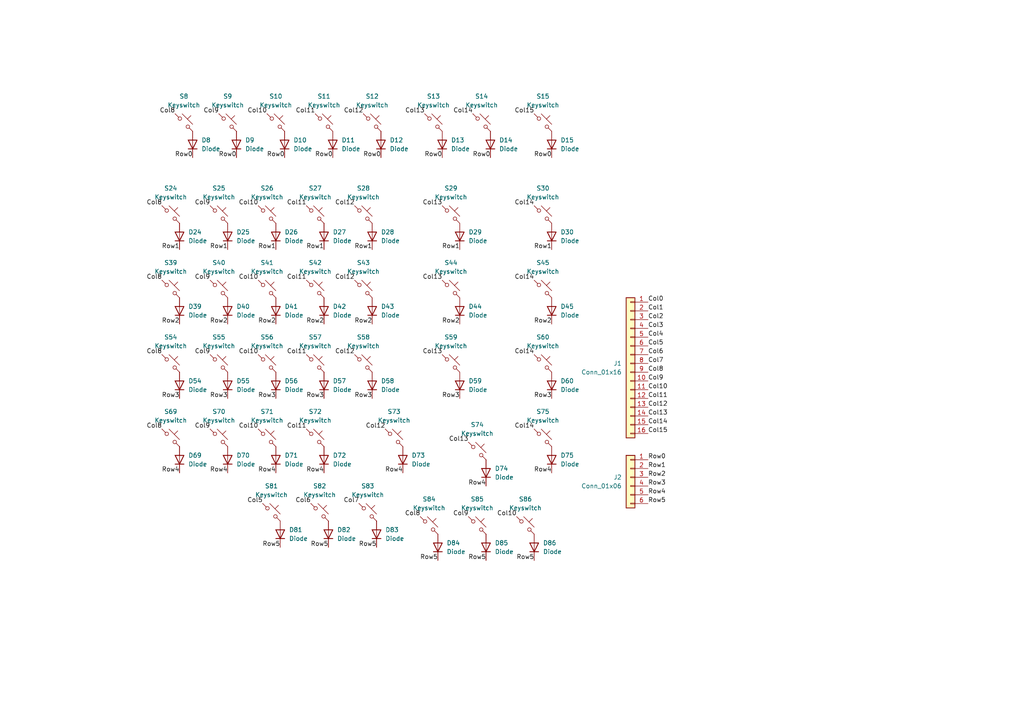
<source format=kicad_sch>
(kicad_sch (version 20231120) (generator "eeschema") (generator_version "8.0")
  (paper "A4")
  (title_block (title "Matrix Board 0") (date "2024-10-04") (rev "0") (company "PsychoDuck"))
  (lib_symbols
    (symbol "Connector_Generic:Conn_01x06" (pin_names (offset 1.016) hide)
      (property "Reference" "J" (at 0 7.62 0))
      (property "Value" "Conn_01x06" (at 0 -10.16 0))
      (symbol "Conn_01x06_1_1"
        (rectangle (start -1.27 -7.493) (end 0 -7.747) (stroke (width 0.1524)))
        (rectangle (start -1.27 -4.953) (end 0 -5.207) (stroke (width 0.1524)))
        (rectangle (start -1.27 -2.413) (end 0 -2.667) (stroke (width 0.1524)))
        (rectangle (start -1.27 0.127) (end 0 -0.127) (stroke (width 0.1524)))
        (rectangle (start -1.27 2.667) (end 0 2.413) (stroke (width 0.1524)))
        (rectangle (start -1.27 5.207) (end 0 4.953) (stroke (width 0.1524)))
        (rectangle (start -1.27 6.35) (end 1.27 -8.89) (stroke (width 0.254)) (fill (type background)))
        (pin passive line (at -5.08 5.08 0) (length 3.81) (name "Pin_1") (number "1"))
        (pin passive line (at -5.08 2.54 0) (length 3.81) (name "Pin_2") (number "2"))
        (pin passive line (at -5.08 0 0) (length 3.81) (name "Pin_3") (number "3"))
        (pin passive line (at -5.08 -2.54 0) (length 3.81) (name "Pin_4") (number "4"))
        (pin passive line (at -5.08 -5.08 0) (length 3.81) (name "Pin_5") (number "5"))
        (pin passive line (at -5.08 -7.62 0) (length 3.81) (name "Pin_6") (number "6"))
      )
    )
    (symbol "Connector_Generic:Conn_01x16" (pin_names (offset 1.016) hide)
      (property "Reference" "J" (at 0 20.32 0))
      (property "Value" "Conn_01x16" (at 0 -22.86 0))
      (symbol "Conn_01x16_1_1"
        (rectangle (start -1.27 -20.193) (end 0 -20.447) (stroke (width 0.1524)))
        (rectangle (start -1.27 -17.653) (end 0 -17.907) (stroke (width 0.1524)))
        (rectangle (start -1.27 -15.113) (end 0 -15.367) (stroke (width 0.1524)))
        (rectangle (start -1.27 -12.573) (end 0 -12.827) (stroke (width 0.1524)))
        (rectangle (start -1.27 -10.033) (end 0 -10.287) (stroke (width 0.1524)))
        (rectangle (start -1.27 -7.493) (end 0 -7.747) (stroke (width 0.1524)))
        (rectangle (start -1.27 -4.953) (end 0 -5.207) (stroke (width 0.1524)))
        (rectangle (start -1.27 -2.413) (end 0 -2.667) (stroke (width 0.1524)))
        (rectangle (start -1.27 0.127) (end 0 -0.127) (stroke (width 0.1524)))
        (rectangle (start -1.27 2.667) (end 0 2.413) (stroke (width 0.1524)))
        (rectangle (start -1.27 5.207) (end 0 4.953) (stroke (width 0.1524)))
        (rectangle (start -1.27 7.747) (end 0 7.493) (stroke (width 0.1524)))
        (rectangle (start -1.27 10.287) (end 0 10.033) (stroke (width 0.1524)))
        (rectangle (start -1.27 12.827) (end 0 12.573) (stroke (width 0.1524)))
        (rectangle (start -1.27 15.367) (end 0 15.113) (stroke (width 0.1524)))
        (rectangle (start -1.27 17.907) (end 0 17.653) (stroke (width 0.1524)))
        (rectangle (start -1.27 19.05) (end 1.27 -21.59) (stroke (width 0.254)) (fill (type background)))
        (pin passive line (at -5.08 17.78 0) (length 3.81) (name "Pin_1") (number "1"))
        (pin passive line (at -5.08 -5.08 0) (length 3.81) (name "Pin_10") (number "10"))
        (pin passive line (at -5.08 -7.62 0) (length 3.81) (name "Pin_11") (number "11"))
        (pin passive line (at -5.08 -10.16 0) (length 3.81) (name "Pin_12") (number "12"))
        (pin passive line (at -5.08 -12.7 0) (length 3.81) (name "Pin_13") (number "13"))
        (pin passive line (at -5.08 -15.24 0) (length 3.81) (name "Pin_14") (number "14"))
        (pin passive line (at -5.08 -17.78 0) (length 3.81) (name "Pin_15") (number "15"))
        (pin passive line (at -5.08 -20.32 0) (length 3.81) (name "Pin_16") (number "16"))
        (pin passive line (at -5.08 15.24 0) (length 3.81) (name "Pin_2") (number "2"))
        (pin passive line (at -5.08 12.7 0) (length 3.81) (name "Pin_3") (number "3"))
        (pin passive line (at -5.08 10.16 0) (length 3.81) (name "Pin_4") (number "4"))
        (pin passive line (at -5.08 7.62 0) (length 3.81) (name "Pin_5") (number "5"))
        (pin passive line (at -5.08 5.08 0) (length 3.81) (name "Pin_6") (number "6"))
        (pin passive line (at -5.08 2.54 0) (length 3.81) (name "Pin_7") (number "7"))
        (pin passive line (at -5.08 0 0) (length 3.81) (name "Pin_8") (number "8"))
        (pin passive line (at -5.08 -2.54 0) (length 3.81) (name "Pin_9") (number "9"))
      )
    )
    (symbol "ScottoKeebs:Placeholder_Diode" (pin_numbers hide) (pin_names hide)
      (property "Reference" "D" (at 0 2.54 0))
      (property "Value" "Diode" (at 0 -2.54 0))
      (symbol "Placeholder_Diode_0_1"
        (polyline (pts (xy -1.27 1.27) (xy -1.27 -1.27)) (stroke (width 0.254)))
        (polyline (pts (xy 1.27 0) (xy -1.27 0)))
        (polyline (pts (xy 1.27 1.27) (xy 1.27 -1.27) (xy -1.27 0) (xy 1.27 1.27)) (stroke (width 0.254)))
      )
      (symbol "Placeholder_Diode_1_1"
        (pin passive line (at -3.81 0 0) (length 2.54) (name "K") (number "1"))
        (pin passive line (at 3.81 0 180) (length 2.54) (name "A") (number "2"))
      )
    )
    (symbol "ScottoKeebs:Placeholder_Keyswitch" (pin_numbers hide) (pin_names (offset 1.016) hide)
      (property "Reference" "S" (at 3.048 1.016 0))
      (property "Value" "Keyswitch" (at 0 -3.81 0))
      (symbol "Placeholder_Keyswitch_0_1"
        (circle (center -1.1684 1.1684) (radius 0.508))
        (polyline (pts (xy -0.508 2.54) (xy 2.54 -0.508)))
        (polyline (pts (xy 1.016 1.016) (xy 2.032 2.032)))
        (polyline (pts (xy -2.54 2.54) (xy -1.524 1.524) (xy -1.524 1.524)))
        (polyline (pts (xy 1.524 -1.524) (xy 2.54 -2.54) (xy 2.54 -2.54) (xy 2.54 -2.54)))
        (circle (center 1.143 -1.1938) (radius 0.508))
        (pin passive line (at -2.54 2.54 0) (length 0) (name "1") (number "1"))
        (pin passive line (at 2.54 -2.54 180) (length 0) (name "2") (number "2"))
      )
    )
  )
  (label "Col9" (at 187.96 110.49 0))
  (label "Col14" (at 137.16 33.02 180))
  (label "Col3" (at 187.96 95.25 0))
  (label "Row1" (at 93.98 72.39 180))
  (label "Row4" (at 93.98 137.16 180))
  (label "Row2" (at 133.35 93.98 180))
  (label "Row1" (at 133.35 72.39 180))
  (label "Row0" (at 128.27 45.72 180))
  (label "Row2" (at 80.01 93.98 180))
  (label "Col13" (at 128.27 59.69 180))
  (label "Row5" (at 154.94 162.56 180))
  (label "Col8" (at 121.92 149.86 180))
  (label "Col11" (at 88.9 81.28 180))
  (label "Row2" (at 160.02 93.98 180))
  (label "Row2" (at 93.98 93.98 180))
  (label "Col6" (at 187.96 102.87 0))
  (label "Row4" (at 116.84 137.16 180))
  (label "Row2" (at 187.96 138.43 0))
  (label "Col10" (at 77.47 33.02 180))
  (label "Col13" (at 187.96 120.65 0))
  (label "Row5" (at 81.28 158.75 180))
  (label "Row4" (at 140.97 140.97 180))
  (label "Col2" (at 187.96 92.71 0))
  (label "Row3" (at 93.98 115.57 180))
  (label "Col11" (at 88.9 124.46 180))
  (label "Col9" (at 60.96 81.28 180))
  (label "Col13" (at 123.19 33.02 180))
  (label "Row4" (at 80.01 137.16 180))
  (label "Col11" (at 91.44 33.02 180))
  (label "Col1" (at 187.96 90.17 0))
  (label "Row1" (at 160.02 72.39 180))
  (label "Row2" (at 52.07 93.98 180))
  (label "Col8" (at 46.99 81.28 180))
  (label "Col12" (at 102.87 102.87 180))
  (label "Col14" (at 154.94 59.69 180))
  (label "Row5" (at 127 162.56 180))
  (label "Col13" (at 128.27 102.87 180))
  (label "Row3" (at 52.07 115.57 180))
  (label "Row0" (at 82.55 45.72 180))
  (label "Col12" (at 111.76 124.46 180))
  (label "Row3" (at 80.01 115.57 180))
  (label "Col14" (at 187.96 123.19 0))
  (label "Col10" (at 187.96 113.03 0))
  (label "Col9" (at 60.96 59.69 180))
  (label "Col7" (at 104.14 146.05 180))
  (label "Col10" (at 74.93 102.87 180))
  (label "Col6" (at 90.17 146.05 180))
  (label "Row3" (at 107.95 115.57 180))
  (label "Row1" (at 80.01 72.39 180))
  (label "Row1" (at 66.04 72.39 180))
  (label "Col9" (at 60.96 102.87 180))
  (label "Col0" (at 187.96 87.63 0))
  (label "Row1" (at 52.07 72.39 180))
  (label "Col11" (at 88.9 102.87 180))
  (label "Row0" (at 68.58 45.72 180))
  (label "Col8" (at 46.99 59.69 180))
  (label "Row0" (at 142.24 45.72 180))
  (label "Col7" (at 187.96 105.41 0))
  (label "Col8" (at 187.96 107.95 0))
  (label "Col11" (at 187.96 115.57 0))
  (label "Col10" (at 149.86 149.86 180))
  (label "Col15" (at 187.96 125.73 0))
  (label "Col12" (at 102.87 81.28 180))
  (label "Row0" (at 160.02 45.72 180))
  (label "Row5" (at 109.22 158.75 180))
  (label "Row3" (at 133.35 115.57 180))
  (label "Row0" (at 110.49 45.72 180))
  (label "Row3" (at 66.04 115.57 180))
  (label "Col10" (at 74.93 124.46 180))
  (label "Row0" (at 187.96 133.35 0))
  (label "Row0" (at 96.52 45.72 180))
  (label "Col9" (at 135.89 149.86 180))
  (label "Col15" (at 154.94 33.02 180))
  (label "Col8" (at 46.99 102.87 180))
  (label "Row5" (at 187.96 146.05 0))
  (label "Col12" (at 102.87 59.69 180))
  (label "Row4" (at 52.07 137.16 180))
  (label "Row2" (at 66.04 93.98 180))
  (label "Row1" (at 107.95 72.39 180))
  (label "Col10" (at 74.93 59.69 180))
  (label "Col14" (at 154.94 81.28 180))
  (label "Col11" (at 88.9 59.69 180))
  (label "Row2" (at 107.95 93.98 180))
  (label "Col5" (at 187.96 100.33 0))
  (label "Col8" (at 46.99 124.46 180))
  (label "Row5" (at 140.97 162.56 180))
  (label "Row4" (at 187.96 143.51 0))
  (label "Col13" (at 135.89 128.27 180))
  (label "Col9" (at 63.5 33.02 180))
  (label "Row4" (at 160.02 137.16 180))
  (label "Col12" (at 105.41 33.02 180))
  (label "Col13" (at 128.27 81.28 180))
  (label "Row3" (at 160.02 115.57 180))
  (label "Row5" (at 95.25 158.75 180))
  (label "Row0" (at 55.88 45.72 180))
  (label "Col14" (at 154.94 102.87 180))
  (label "Col10" (at 74.93 81.28 180))
  (label "Col12" (at 187.96 118.11 0))
  (label "Col8" (at 50.8 33.02 180))
  (label "Col9" (at 60.96 124.46 180))
  (label "Row1" (at 187.96 135.89 0))
  (label "Row4" (at 66.04 137.16 180))
  (label "Row3" (at 187.96 140.97 0))
  (label "Col5" (at 76.2 146.05 180))
  (label "Col4" (at 187.96 97.79 0))
  (label "Col14" (at 154.94 124.46 180))
  (symbol (lib_id "ScottoKeebs:Placeholder_Keyswitch") (at 106.68 148.59 0) (unit 1)
    (property "Reference" "S83" (at 106.68 140.97 0))
    (property "Value" "Keyswitch" (at 106.68 143.51 0))
    (property "Footprint" "ScottoKeebs_Hotswap:Hotswap_MX_1.00u" (effects (hide yes)))
    (property "Description" "Push button switch, normally open, two pins, 45° tilted" (effects (hide yes)))
  )
  (symbol (lib_id "ScottoKeebs:Placeholder_Keyswitch") (at 49.53 83.82 0) (unit 1)
    (property "Reference" "S39" (at 49.53 76.2 0))
    (property "Value" "Keyswitch" (at 49.53 78.74 0))
    (property "Footprint" "ScottoKeebs_Hotswap:Hotswap_MX_1.00u" (effects (hide yes)))
    (property "Description" "Push button switch, normally open, two pins, 45° tilted" (effects (hide yes)))
  )
  (symbol (lib_id "ScottoKeebs:Placeholder_Diode") (at 95.25 154.94 90) (unit 1)
    (property "Reference" "D82" (at 97.79 153.6699 90) (effects (justify right)))
    (property "Value" "Diode" (at 97.79 156.2099 90) (effects (justify right)))
    (property "Footprint" "Diode_THT:D_DO-35_SOD27_P10.16mm_Horizontal" (effects (hide yes)))
    (property "Description" "1N4148 (DO-35) or 1N4148W (SOD-123)" (effects (hide yes)))
    (property "Sim.Device" "D" (effects (hide yes)))
    (property "Sim.Pins" "1=K 2=A" (effects (hide yes)))
  )
  (symbol (lib_id "ScottoKeebs:Placeholder_Keyswitch") (at 105.41 62.23 0) (unit 1)
    (property "Reference" "S28" (at 105.41 54.61 0))
    (property "Value" "Keyswitch" (at 105.41 57.15 0))
    (property "Footprint" "ScottoKeebs_Hotswap:Hotswap_MX_1.00u" (effects (hide yes)))
    (property "Description" "Push button switch, normally open, two pins, 45° tilted" (effects (hide yes)))
  )
  (symbol (lib_id "ScottoKeebs:Placeholder_Diode") (at 55.88 41.91 90) (unit 1)
    (property "Reference" "D8" (at 58.42 40.6399 90) (effects (justify right)))
    (property "Value" "Diode" (at 58.42 43.1799 90) (effects (justify right)))
    (property "Footprint" "Diode_THT:D_DO-35_SOD27_P10.16mm_Horizontal" (effects (hide yes)))
    (property "Description" "1N4148 (DO-35) or 1N4148W (SOD-123)" (effects (hide yes)))
    (property "Sim.Device" "D" (effects (hide yes)))
    (property "Sim.Pins" "1=K 2=A" (effects (hide yes)))
  )
  (symbol (lib_id "ScottoKeebs:Placeholder_Keyswitch") (at 63.5 105.41 0) (unit 1)
    (property "Reference" "S55" (at 63.5 97.79 0))
    (property "Value" "Keyswitch" (at 63.5 100.33 0))
    (property "Footprint" "ScottoKeebs_Hotswap:Hotswap_MX_1.00u" (effects (hide yes)))
    (property "Description" "Push button switch, normally open, two pins, 45° tilted" (effects (hide yes)))
  )
  (symbol (lib_id "ScottoKeebs:Placeholder_Keyswitch") (at 105.41 83.82 0) (unit 1)
    (property "Reference" "S43" (at 105.41 76.2 0))
    (property "Value" "Keyswitch" (at 105.41 78.74 0))
    (property "Footprint" "ScottoKeebs_Hotswap:Hotswap_MX_1.00u" (effects (hide yes)))
    (property "Description" "Push button switch, normally open, two pins, 45° tilted" (effects (hide yes)))
  )
  (symbol (lib_id "ScottoKeebs:Placeholder_Diode") (at 160.02 133.35 90) (unit 1)
    (property "Reference" "D75" (at 162.56 132.0799 90) (effects (justify right)))
    (property "Value" "Diode" (at 162.56 134.6199 90) (effects (justify right)))
    (property "Footprint" "Diode_THT:D_DO-35_SOD27_P10.16mm_Horizontal" (effects (hide yes)))
    (property "Description" "1N4148 (DO-35) or 1N4148W (SOD-123)" (effects (hide yes)))
    (property "Sim.Device" "D" (effects (hide yes)))
    (property "Sim.Pins" "1=K 2=A" (effects (hide yes)))
  )
  (symbol (lib_id "ScottoKeebs:Placeholder_Keyswitch") (at 157.48 83.82 0) (unit 1)
    (property "Reference" "S45" (at 157.48 76.2 0))
    (property "Value" "Keyswitch" (at 157.48 78.74 0))
    (property "Footprint" "ScottoKeebs_Hotswap:Hotswap_MX_1.00u" (effects (hide yes)))
    (property "Description" "Push button switch, normally open, two pins, 45° tilted" (effects (hide yes)))
  )
  (symbol (lib_id "ScottoKeebs:Placeholder_Keyswitch") (at 139.7 35.56 0) (unit 1)
    (property "Reference" "S14" (at 139.7 27.94 0))
    (property "Value" "Keyswitch" (at 139.7 30.48 0))
    (property "Footprint" "ScottoKeebs_Hotswap:Hotswap_MX_1.00u" (effects (hide yes)))
    (property "Description" "Push button switch, normally open, two pins, 45° tilted" (effects (hide yes)))
  )
  (symbol (lib_id "ScottoKeebs:Placeholder_Keyswitch") (at 49.53 62.23 0) (unit 1)
    (property "Reference" "S24" (at 49.53 54.61 0))
    (property "Value" "Keyswitch" (at 49.53 57.15 0))
    (property "Footprint" "ScottoKeebs_Hotswap:Hotswap_MX_1.00u" (effects (hide yes)))
    (property "Description" "Push button switch, normally open, two pins, 45° tilted" (effects (hide yes)))
  )
  (symbol (lib_id "ScottoKeebs:Placeholder_Diode") (at 80.01 68.58 90) (unit 1)
    (property "Reference" "D26" (at 82.55 67.3099 90) (effects (justify right)))
    (property "Value" "Diode" (at 82.55 69.8499 90) (effects (justify right)))
    (property "Footprint" "Diode_THT:D_DO-35_SOD27_P10.16mm_Horizontal" (effects (hide yes)))
    (property "Description" "1N4148 (DO-35) or 1N4148W (SOD-123)" (effects (hide yes)))
    (property "Sim.Device" "D" (effects (hide yes)))
    (property "Sim.Pins" "1=K 2=A" (effects (hide yes)))
  )
  (symbol (lib_id "ScottoKeebs:Placeholder_Keyswitch") (at 157.48 35.56 0) (unit 1)
    (property "Reference" "S15" (at 157.48 27.94 0))
    (property "Value" "Keyswitch" (at 157.48 30.48 0))
    (property "Footprint" "ScottoKeebs_Hotswap:Hotswap_MX_1.00u" (effects (hide yes)))
    (property "Description" "Push button switch, normally open, two pins, 45° tilted" (effects (hide yes)))
  )
  (symbol (lib_id "ScottoKeebs:Placeholder_Diode") (at 107.95 90.17 90) (unit 1)
    (property "Reference" "D43" (at 110.49 88.8999 90) (effects (justify right)))
    (property "Value" "Diode" (at 110.49 91.4399 90) (effects (justify right)))
    (property "Footprint" "Diode_THT:D_DO-35_SOD27_P10.16mm_Horizontal" (effects (hide yes)))
    (property "Description" "1N4148 (DO-35) or 1N4148W (SOD-123)" (effects (hide yes)))
    (property "Sim.Device" "D" (effects (hide yes)))
    (property "Sim.Pins" "1=K 2=A" (effects (hide yes)))
  )
  (symbol (lib_id "ScottoKeebs:Placeholder_Diode") (at 96.52 41.91 90) (unit 1)
    (property "Reference" "D11" (at 99.06 40.6399 90) (effects (justify right)))
    (property "Value" "Diode" (at 99.06 43.1799 90) (effects (justify right)))
    (property "Footprint" "Diode_THT:D_DO-35_SOD27_P10.16mm_Horizontal" (effects (hide yes)))
    (property "Description" "1N4148 (DO-35) or 1N4148W (SOD-123)" (effects (hide yes)))
    (property "Sim.Device" "D" (effects (hide yes)))
    (property "Sim.Pins" "1=K 2=A" (effects (hide yes)))
  )
  (symbol (lib_id "ScottoKeebs:Placeholder_Diode") (at 93.98 90.17 90) (unit 1)
    (property "Reference" "D42" (at 96.52 88.8999 90) (effects (justify right)))
    (property "Value" "Diode" (at 96.52 91.4399 90) (effects (justify right)))
    (property "Footprint" "Diode_THT:D_DO-35_SOD27_P10.16mm_Horizontal" (effects (hide yes)))
    (property "Description" "1N4148 (DO-35) or 1N4148W (SOD-123)" (effects (hide yes)))
    (property "Sim.Device" "D" (effects (hide yes)))
    (property "Sim.Pins" "1=K 2=A" (effects (hide yes)))
  )
  (symbol (lib_id "ScottoKeebs:Placeholder_Diode") (at 107.95 68.58 90) (unit 1)
    (property "Reference" "D28" (at 110.49 67.3099 90) (effects (justify right)))
    (property "Value" "Diode" (at 110.49 69.8499 90) (effects (justify right)))
    (property "Footprint" "Diode_THT:D_DO-35_SOD27_P10.16mm_Horizontal" (effects (hide yes)))
    (property "Description" "1N4148 (DO-35) or 1N4148W (SOD-123)" (effects (hide yes)))
    (property "Sim.Device" "D" (effects (hide yes)))
    (property "Sim.Pins" "1=K 2=A" (effects (hide yes)))
  )
  (symbol (lib_id "ScottoKeebs:Placeholder_Keyswitch") (at 125.73 35.56 0) (unit 1)
    (property "Reference" "S13" (at 125.73 27.94 0))
    (property "Value" "Keyswitch" (at 125.73 30.48 0))
    (property "Footprint" "ScottoKeebs_Hotswap:Hotswap_MX_1.00u" (effects (hide yes)))
    (property "Description" "Push button switch, normally open, two pins, 45° tilted" (effects (hide yes)))
  )
  (symbol (lib_id "ScottoKeebs:Placeholder_Diode") (at 66.04 111.76 90) (unit 1)
    (property "Reference" "D55" (at 68.58 110.4899 90) (effects (justify right)))
    (property "Value" "Diode" (at 68.58 113.0299 90) (effects (justify right)))
    (property "Footprint" "Diode_THT:D_DO-35_SOD27_P10.16mm_Horizontal" (effects (hide yes)))
    (property "Description" "1N4148 (DO-35) or 1N4148W (SOD-123)" (effects (hide yes)))
    (property "Sim.Device" "D" (effects (hide yes)))
    (property "Sim.Pins" "1=K 2=A" (effects (hide yes)))
  )
  (symbol (lib_id "ScottoKeebs:Placeholder_Diode") (at 52.07 133.35 90) (unit 1)
    (property "Reference" "D69" (at 54.61 132.0799 90) (effects (justify right)))
    (property "Value" "Diode" (at 54.61 134.6199 90) (effects (justify right)))
    (property "Footprint" "Diode_THT:D_DO-35_SOD27_P10.16mm_Horizontal" (effects (hide yes)))
    (property "Description" "1N4148 (DO-35) or 1N4148W (SOD-123)" (effects (hide yes)))
    (property "Sim.Device" "D" (effects (hide yes)))
    (property "Sim.Pins" "1=K 2=A" (effects (hide yes)))
  )
  (symbol (lib_id "Connector_Generic:Conn_01x16") (at 182.88 105.41 0) (mirror y) (unit 1)
    (property "Reference" "J1" (at 180.34 105.4099 0) (effects (justify left)))
    (property "Value" "Conn_01x16" (at 180.34 107.9499 0) (effects (justify left)))
    (property "Footprint" "Connector_PinSocket_2.54mm:PinSocket_1x16_P2.54mm_Vertical" (effects (hide yes)))
    (property "Description" "Generic connector, single row, 01x16, script generated (kicad-library-utils/schlib/autogen/connector/)" (effects (hide yes)))
  )
  (symbol (lib_id "ScottoKeebs:Placeholder_Keyswitch") (at 77.47 83.82 0) (unit 1)
    (property "Reference" "S41" (at 77.47 76.2 0))
    (property "Value" "Keyswitch" (at 77.47 78.74 0))
    (property "Footprint" "ScottoKeebs_Hotswap:Hotswap_MX_1.00u" (effects (hide yes)))
    (property "Description" "Push button switch, normally open, two pins, 45° tilted" (effects (hide yes)))
  )
  (symbol (lib_id "ScottoKeebs:Placeholder_Keyswitch") (at 130.81 62.23 0) (unit 1)
    (property "Reference" "S29" (at 130.81 54.61 0))
    (property "Value" "Keyswitch" (at 130.81 57.15 0))
    (property "Footprint" "ScottoKeebs_Hotswap:Hotswap_MX_1.00u" (effects (hide yes)))
    (property "Description" "Push button switch, normally open, two pins, 45° tilted" (effects (hide yes)))
  )
  (symbol (lib_id "ScottoKeebs:Placeholder_Keyswitch") (at 92.71 148.59 0) (unit 1)
    (property "Reference" "S82" (at 92.71 140.97 0))
    (property "Value" "Keyswitch" (at 92.71 143.51 0))
    (property "Footprint" "ScottoKeebs_Hotswap:Hotswap_MX_1.00u" (effects (hide yes)))
    (property "Description" "Push button switch, normally open, two pins, 45° tilted" (effects (hide yes)))
  )
  (symbol (lib_id "ScottoKeebs:Placeholder_Keyswitch") (at 93.98 35.56 0) (unit 1)
    (property "Reference" "S11" (at 93.98 27.94 0))
    (property "Value" "Keyswitch" (at 93.98 30.48 0))
    (property "Footprint" "ScottoKeebs_Hotswap:Hotswap_MX_1.00u" (effects (hide yes)))
    (property "Description" "Push button switch, normally open, two pins, 45° tilted" (effects (hide yes)))
  )
  (symbol (lib_id "ScottoKeebs:Placeholder_Keyswitch") (at 105.41 105.41 0) (unit 1)
    (property "Reference" "S58" (at 105.41 97.79 0))
    (property "Value" "Keyswitch" (at 105.41 100.33 0))
    (property "Footprint" "ScottoKeebs_Hotswap:Hotswap_MX_1.00u" (effects (hide yes)))
    (property "Description" "Push button switch, normally open, two pins, 45° tilted" (effects (hide yes)))
  )
  (symbol (lib_id "ScottoKeebs:Placeholder_Keyswitch") (at 152.4 152.4 0) (unit 1)
    (property "Reference" "S86" (at 152.4 144.78 0))
    (property "Value" "Keyswitch" (at 152.4 147.32 0))
    (property "Footprint" "ScottoKeebs_Hotswap:Hotswap_MX_1.00u" (effects (hide yes)))
    (property "Description" "Push button switch, normally open, two pins, 45° tilted" (effects (hide yes)))
  )
  (symbol (lib_id "ScottoKeebs:Placeholder_Diode") (at 160.02 111.76 90) (unit 1)
    (property "Reference" "D60" (at 162.56 110.4899 90) (effects (justify right)))
    (property "Value" "Diode" (at 162.56 113.0299 90) (effects (justify right)))
    (property "Footprint" "Diode_THT:D_DO-35_SOD27_P10.16mm_Horizontal" (effects (hide yes)))
    (property "Description" "1N4148 (DO-35) or 1N4148W (SOD-123)" (effects (hide yes)))
    (property "Sim.Device" "D" (effects (hide yes)))
    (property "Sim.Pins" "1=K 2=A" (effects (hide yes)))
  )
  (symbol (lib_id "ScottoKeebs:Placeholder_Keyswitch") (at 138.43 130.81 0) (unit 1)
    (property "Reference" "S74" (at 138.43 123.19 0))
    (property "Value" "Keyswitch" (at 138.43 125.73 0))
    (property "Footprint" "ScottoKeebs_Hotswap:Hotswap_MX_1.00u" (effects (hide yes)))
    (property "Description" "Push button switch, normally open, two pins, 45° tilted" (effects (hide yes)))
  )
  (symbol (lib_id "ScottoKeebs:Placeholder_Diode") (at 66.04 90.17 90) (unit 1)
    (property "Reference" "D40" (at 68.58 88.8999 90) (effects (justify right)))
    (property "Value" "Diode" (at 68.58 91.4399 90) (effects (justify right)))
    (property "Footprint" "Diode_THT:D_DO-35_SOD27_P10.16mm_Horizontal" (effects (hide yes)))
    (property "Description" "1N4148 (DO-35) or 1N4148W (SOD-123)" (effects (hide yes)))
    (property "Sim.Device" "D" (effects (hide yes)))
    (property "Sim.Pins" "1=K 2=A" (effects (hide yes)))
  )
  (symbol (lib_id "ScottoKeebs:Placeholder_Keyswitch") (at 138.43 152.4 0) (unit 1)
    (property "Reference" "S85" (at 138.43 144.78 0))
    (property "Value" "Keyswitch" (at 138.43 147.32 0))
    (property "Footprint" "ScottoKeebs_Hotswap:Hotswap_MX_1.00u" (effects (hide yes)))
    (property "Description" "Push button switch, normally open, two pins, 45° tilted" (effects (hide yes)))
  )
  (symbol (lib_id "ScottoKeebs:Placeholder_Keyswitch") (at 114.3 127 0) (unit 1)
    (property "Reference" "S73" (at 114.3 119.38 0))
    (property "Value" "Keyswitch" (at 114.3 121.92 0))
    (property "Footprint" "ScottoKeebs_Hotswap:Hotswap_MX_1.00u" (effects (hide yes)))
    (property "Description" "Push button switch, normally open, two pins, 45° tilted" (effects (hide yes)))
  )
  (symbol (lib_id "ScottoKeebs:Placeholder_Diode") (at 133.35 68.58 90) (unit 1)
    (property "Reference" "D29" (at 135.89 67.3099 90) (effects (justify right)))
    (property "Value" "Diode" (at 135.89 69.8499 90) (effects (justify right)))
    (property "Footprint" "Diode_THT:D_DO-35_SOD27_P10.16mm_Horizontal" (effects (hide yes)))
    (property "Description" "1N4148 (DO-35) or 1N4148W (SOD-123)" (effects (hide yes)))
    (property "Sim.Device" "D" (effects (hide yes)))
    (property "Sim.Pins" "1=K 2=A" (effects (hide yes)))
  )
  (symbol (lib_id "ScottoKeebs:Placeholder_Diode") (at 66.04 68.58 90) (unit 1)
    (property "Reference" "D25" (at 68.58 67.3099 90) (effects (justify right)))
    (property "Value" "Diode" (at 68.58 69.8499 90) (effects (justify right)))
    (property "Footprint" "Diode_THT:D_DO-35_SOD27_P10.16mm_Horizontal" (effects (hide yes)))
    (property "Description" "1N4148 (DO-35) or 1N4148W (SOD-123)" (effects (hide yes)))
    (property "Sim.Device" "D" (effects (hide yes)))
    (property "Sim.Pins" "1=K 2=A" (effects (hide yes)))
  )
  (symbol (lib_id "ScottoKeebs:Placeholder_Diode") (at 110.49 41.91 90) (unit 1)
    (property "Reference" "D12" (at 113.03 40.6399 90) (effects (justify right)))
    (property "Value" "Diode" (at 113.03 43.1799 90) (effects (justify right)))
    (property "Footprint" "Diode_THT:D_DO-35_SOD27_P10.16mm_Horizontal" (effects (hide yes)))
    (property "Description" "1N4148 (DO-35) or 1N4148W (SOD-123)" (effects (hide yes)))
    (property "Sim.Device" "D" (effects (hide yes)))
    (property "Sim.Pins" "1=K 2=A" (effects (hide yes)))
  )
  (symbol (lib_id "ScottoKeebs:Placeholder_Keyswitch") (at 130.81 83.82 0) (unit 1)
    (property "Reference" "S44" (at 130.81 76.2 0))
    (property "Value" "Keyswitch" (at 130.81 78.74 0))
    (property "Footprint" "ScottoKeebs_Hotswap:Hotswap_MX_1.00u" (effects (hide yes)))
    (property "Description" "Push button switch, normally open, two pins, 45° tilted" (effects (hide yes)))
  )
  (symbol (lib_id "ScottoKeebs:Placeholder_Keyswitch") (at 91.44 105.41 0) (unit 1)
    (property "Reference" "S57" (at 91.44 97.79 0))
    (property "Value" "Keyswitch" (at 91.44 100.33 0))
    (property "Footprint" "ScottoKeebs_Hotswap:Hotswap_MX_1.00u" (effects (hide yes)))
    (property "Description" "Push button switch, normally open, two pins, 45° tilted" (effects (hide yes)))
  )
  (symbol (lib_id "ScottoKeebs:Placeholder_Diode") (at 160.02 90.17 90) (unit 1)
    (property "Reference" "D45" (at 162.56 88.8999 90) (effects (justify right)))
    (property "Value" "Diode" (at 162.56 91.4399 90) (effects (justify right)))
    (property "Footprint" "Diode_THT:D_DO-35_SOD27_P10.16mm_Horizontal" (effects (hide yes)))
    (property "Description" "1N4148 (DO-35) or 1N4148W (SOD-123)" (effects (hide yes)))
    (property "Sim.Device" "D" (effects (hide yes)))
    (property "Sim.Pins" "1=K 2=A" (effects (hide yes)))
  )
  (symbol (lib_id "ScottoKeebs:Placeholder_Keyswitch") (at 63.5 62.23 0) (unit 1)
    (property "Reference" "S25" (at 63.5 54.61 0))
    (property "Value" "Keyswitch" (at 63.5 57.15 0))
    (property "Footprint" "ScottoKeebs_Hotswap:Hotswap_MX_1.00u" (effects (hide yes)))
    (property "Description" "Push button switch, normally open, two pins, 45° tilted" (effects (hide yes)))
  )
  (symbol (lib_id "ScottoKeebs:Placeholder_Keyswitch") (at 124.46 152.4 0) (unit 1)
    (property "Reference" "S84" (at 124.46 144.78 0))
    (property "Value" "Keyswitch" (at 124.46 147.32 0))
    (property "Footprint" "ScottoKeebs_Hotswap:Hotswap_MX_1.00u" (effects (hide yes)))
    (property "Description" "Push button switch, normally open, two pins, 45° tilted" (effects (hide yes)))
  )
  (symbol (lib_id "ScottoKeebs:Placeholder_Diode") (at 142.24 41.91 90) (unit 1)
    (property "Reference" "D14" (at 144.78 40.6399 90) (effects (justify right)))
    (property "Value" "Diode" (at 144.78 43.1799 90) (effects (justify right)))
    (property "Footprint" "Diode_THT:D_DO-35_SOD27_P10.16mm_Horizontal" (effects (hide yes)))
    (property "Description" "1N4148 (DO-35) or 1N4148W (SOD-123)" (effects (hide yes)))
    (property "Sim.Device" "D" (effects (hide yes)))
    (property "Sim.Pins" "1=K 2=A" (effects (hide yes)))
  )
  (symbol (lib_id "ScottoKeebs:Placeholder_Keyswitch") (at 91.44 62.23 0) (unit 1)
    (property "Reference" "S27" (at 91.44 54.61 0))
    (property "Value" "Keyswitch" (at 91.44 57.15 0))
    (property "Footprint" "ScottoKeebs_Hotswap:Hotswap_MX_1.00u" (effects (hide yes)))
    (property "Description" "Push button switch, normally open, two pins, 45° tilted" (effects (hide yes)))
  )
  (symbol (lib_id "ScottoKeebs:Placeholder_Diode") (at 128.27 41.91 90) (unit 1)
    (property "Reference" "D13" (at 130.81 40.6399 90) (effects (justify right)))
    (property "Value" "Diode" (at 130.81 43.1799 90) (effects (justify right)))
    (property "Footprint" "Diode_THT:D_DO-35_SOD27_P10.16mm_Horizontal" (effects (hide yes)))
    (property "Description" "1N4148 (DO-35) or 1N4148W (SOD-123)" (effects (hide yes)))
    (property "Sim.Device" "D" (effects (hide yes)))
    (property "Sim.Pins" "1=K 2=A" (effects (hide yes)))
  )
  (symbol (lib_id "ScottoKeebs:Placeholder_Keyswitch") (at 91.44 127 0) (unit 1)
    (property "Reference" "S72" (at 91.44 119.38 0))
    (property "Value" "Keyswitch" (at 91.44 121.92 0))
    (property "Footprint" "ScottoKeebs_Hotswap:Hotswap_MX_1.00u" (effects (hide yes)))
    (property "Description" "Push button switch, normally open, two pins, 45° tilted" (effects (hide yes)))
  )
  (symbol (lib_id "ScottoKeebs:Placeholder_Diode") (at 66.04 133.35 90) (unit 1)
    (property "Reference" "D70" (at 68.58 132.0799 90) (effects (justify right)))
    (property "Value" "Diode" (at 68.58 134.6199 90) (effects (justify right)))
    (property "Footprint" "Diode_THT:D_DO-35_SOD27_P10.16mm_Horizontal" (effects (hide yes)))
    (property "Description" "1N4148 (DO-35) or 1N4148W (SOD-123)" (effects (hide yes)))
    (property "Sim.Device" "D" (effects (hide yes)))
    (property "Sim.Pins" "1=K 2=A" (effects (hide yes)))
  )
  (symbol (lib_id "ScottoKeebs:Placeholder_Diode") (at 109.22 154.94 90) (unit 1)
    (property "Reference" "D83" (at 111.76 153.6699 90) (effects (justify right)))
    (property "Value" "Diode" (at 111.76 156.2099 90) (effects (justify right)))
    (property "Footprint" "Diode_THT:D_DO-35_SOD27_P10.16mm_Horizontal" (effects (hide yes)))
    (property "Description" "1N4148 (DO-35) or 1N4148W (SOD-123)" (effects (hide yes)))
    (property "Sim.Device" "D" (effects (hide yes)))
    (property "Sim.Pins" "1=K 2=A" (effects (hide yes)))
  )
  (symbol (lib_id "ScottoKeebs:Placeholder_Diode") (at 93.98 68.58 90) (unit 1)
    (property "Reference" "D27" (at 96.52 67.3099 90) (effects (justify right)))
    (property "Value" "Diode" (at 96.52 69.8499 90) (effects (justify right)))
    (property "Footprint" "Diode_THT:D_DO-35_SOD27_P10.16mm_Horizontal" (effects (hide yes)))
    (property "Description" "1N4148 (DO-35) or 1N4148W (SOD-123)" (effects (hide yes)))
    (property "Sim.Device" "D" (effects (hide yes)))
    (property "Sim.Pins" "1=K 2=A" (effects (hide yes)))
  )
  (symbol (lib_id "ScottoKeebs:Placeholder_Diode") (at 140.97 158.75 90) (unit 1)
    (property "Reference" "D85" (at 143.51 157.4799 90) (effects (justify right)))
    (property "Value" "Diode" (at 143.51 160.0199 90) (effects (justify right)))
    (property "Footprint" "Diode_THT:D_DO-35_SOD27_P10.16mm_Horizontal" (effects (hide yes)))
    (property "Description" "1N4148 (DO-35) or 1N4148W (SOD-123)" (effects (hide yes)))
    (property "Sim.Device" "D" (effects (hide yes)))
    (property "Sim.Pins" "1=K 2=A" (effects (hide yes)))
  )
  (symbol (lib_id "ScottoKeebs:Placeholder_Diode") (at 52.07 111.76 90) (unit 1)
    (property "Reference" "D54" (at 54.61 110.4899 90) (effects (justify right)))
    (property "Value" "Diode" (at 54.61 113.0299 90) (effects (justify right)))
    (property "Footprint" "Diode_THT:D_DO-35_SOD27_P10.16mm_Horizontal" (effects (hide yes)))
    (property "Description" "1N4148 (DO-35) or 1N4148W (SOD-123)" (effects (hide yes)))
    (property "Sim.Device" "D" (effects (hide yes)))
    (property "Sim.Pins" "1=K 2=A" (effects (hide yes)))
  )
  (symbol (lib_id "ScottoKeebs:Placeholder_Diode") (at 82.55 41.91 90) (unit 1)
    (property "Reference" "D10" (at 85.09 40.6399 90) (effects (justify right)))
    (property "Value" "Diode" (at 85.09 43.1799 90) (effects (justify right)))
    (property "Footprint" "Diode_THT:D_DO-35_SOD27_P10.16mm_Horizontal" (effects (hide yes)))
    (property "Description" "1N4148 (DO-35) or 1N4148W (SOD-123)" (effects (hide yes)))
    (property "Sim.Device" "D" (effects (hide yes)))
    (property "Sim.Pins" "1=K 2=A" (effects (hide yes)))
  )
  (symbol (lib_id "ScottoKeebs:Placeholder_Diode") (at 107.95 111.76 90) (unit 1)
    (property "Reference" "D58" (at 110.49 110.4899 90) (effects (justify right)))
    (property "Value" "Diode" (at 110.49 113.0299 90) (effects (justify right)))
    (property "Footprint" "Diode_THT:D_DO-35_SOD27_P10.16mm_Horizontal" (effects (hide yes)))
    (property "Description" "1N4148 (DO-35) or 1N4148W (SOD-123)" (effects (hide yes)))
    (property "Sim.Device" "D" (effects (hide yes)))
    (property "Sim.Pins" "1=K 2=A" (effects (hide yes)))
  )
  (symbol (lib_id "ScottoKeebs:Placeholder_Diode") (at 140.97 137.16 90) (unit 1)
    (property "Reference" "D74" (at 143.51 135.8899 90) (effects (justify right)))
    (property "Value" "Diode" (at 143.51 138.4299 90) (effects (justify right)))
    (property "Footprint" "Diode_THT:D_DO-35_SOD27_P10.16mm_Horizontal" (effects (hide yes)))
    (property "Description" "1N4148 (DO-35) or 1N4148W (SOD-123)" (effects (hide yes)))
    (property "Sim.Device" "D" (effects (hide yes)))
    (property "Sim.Pins" "1=K 2=A" (effects (hide yes)))
  )
  (symbol (lib_id "ScottoKeebs:Placeholder_Diode") (at 127 158.75 90) (unit 1)
    (property "Reference" "D84" (at 129.54 157.4799 90) (effects (justify right)))
    (property "Value" "Diode" (at 129.54 160.0199 90) (effects (justify right)))
    (property "Footprint" "Diode_THT:D_DO-35_SOD27_P10.16mm_Horizontal" (effects (hide yes)))
    (property "Description" "1N4148 (DO-35) or 1N4148W (SOD-123)" (effects (hide yes)))
    (property "Sim.Device" "D" (effects (hide yes)))
    (property "Sim.Pins" "1=K 2=A" (effects (hide yes)))
  )
  (symbol (lib_id "ScottoKeebs:Placeholder_Keyswitch") (at 91.44 83.82 0) (unit 1)
    (property "Reference" "S42" (at 91.44 76.2 0))
    (property "Value" "Keyswitch" (at 91.44 78.74 0))
    (property "Footprint" "ScottoKeebs_Hotswap:Hotswap_MX_1.00u" (effects (hide yes)))
    (property "Description" "Push button switch, normally open, two pins, 45° tilted" (effects (hide yes)))
  )
  (symbol (lib_id "ScottoKeebs:Placeholder_Diode") (at 81.28 154.94 90) (unit 1)
    (property "Reference" "D81" (at 83.82 153.6699 90) (effects (justify right)))
    (property "Value" "Diode" (at 83.82 156.2099 90) (effects (justify right)))
    (property "Footprint" "Diode_THT:D_DO-35_SOD27_P10.16mm_Horizontal" (effects (hide yes)))
    (property "Description" "1N4148 (DO-35) or 1N4148W (SOD-123)" (effects (hide yes)))
    (property "Sim.Device" "D" (effects (hide yes)))
    (property "Sim.Pins" "1=K 2=A" (effects (hide yes)))
  )
  (symbol (lib_id "ScottoKeebs:Placeholder_Diode") (at 80.01 111.76 90) (unit 1)
    (property "Reference" "D56" (at 82.55 110.4899 90) (effects (justify right)))
    (property "Value" "Diode" (at 82.55 113.0299 90) (effects (justify right)))
    (property "Footprint" "Diode_THT:D_DO-35_SOD27_P10.16mm_Horizontal" (effects (hide yes)))
    (property "Description" "1N4148 (DO-35) or 1N4148W (SOD-123)" (effects (hide yes)))
    (property "Sim.Device" "D" (effects (hide yes)))
    (property "Sim.Pins" "1=K 2=A" (effects (hide yes)))
  )
  (symbol (lib_id "ScottoKeebs:Placeholder_Keyswitch") (at 53.34 35.56 0) (unit 1)
    (property "Reference" "S8" (at 53.34 27.94 0))
    (property "Value" "Keyswitch" (at 53.34 30.48 0))
    (property "Footprint" "ScottoKeebs_Hotswap:Hotswap_MX_1.00u" (effects (hide yes)))
    (property "Description" "Push button switch, normally open, two pins, 45° tilted" (effects (hide yes)))
  )
  (symbol (lib_id "ScottoKeebs:Placeholder_Keyswitch") (at 80.01 35.56 0) (unit 1)
    (property "Reference" "S10" (at 80.01 27.94 0))
    (property "Value" "Keyswitch" (at 80.01 30.48 0))
    (property "Footprint" "ScottoKeebs_Hotswap:Hotswap_MX_1.00u" (effects (hide yes)))
    (property "Description" "Push button switch, normally open, two pins, 45° tilted" (effects (hide yes)))
  )
  (symbol (lib_id "ScottoKeebs:Placeholder_Keyswitch") (at 77.47 62.23 0) (unit 1)
    (property "Reference" "S26" (at 77.47 54.61 0))
    (property "Value" "Keyswitch" (at 77.47 57.15 0))
    (property "Footprint" "ScottoKeebs_Hotswap:Hotswap_MX_1.00u" (effects (hide yes)))
    (property "Description" "Push button switch, normally open, two pins, 45° tilted" (effects (hide yes)))
  )
  (symbol (lib_id "ScottoKeebs:Placeholder_Diode") (at 160.02 41.91 90) (unit 1)
    (property "Reference" "D15" (at 162.56 40.6399 90) (effects (justify right)))
    (property "Value" "Diode" (at 162.56 43.1799 90) (effects (justify right)))
    (property "Footprint" "Diode_THT:D_DO-35_SOD27_P10.16mm_Horizontal" (effects (hide yes)))
    (property "Description" "1N4148 (DO-35) or 1N4148W (SOD-123)" (effects (hide yes)))
    (property "Sim.Device" "D" (effects (hide yes)))
    (property "Sim.Pins" "1=K 2=A" (effects (hide yes)))
  )
  (symbol (lib_id "ScottoKeebs:Placeholder_Diode") (at 154.94 158.75 90) (unit 1)
    (property "Reference" "D86" (at 157.48 157.4799 90) (effects (justify right)))
    (property "Value" "Diode" (at 157.48 160.0199 90) (effects (justify right)))
    (property "Footprint" "Diode_THT:D_DO-35_SOD27_P10.16mm_Horizontal" (effects (hide yes)))
    (property "Description" "1N4148 (DO-35) or 1N4148W (SOD-123)" (effects (hide yes)))
    (property "Sim.Device" "D" (effects (hide yes)))
    (property "Sim.Pins" "1=K 2=A" (effects (hide yes)))
  )
  (symbol (lib_id "ScottoKeebs:Placeholder_Keyswitch") (at 157.48 105.41 0) (unit 1)
    (property "Reference" "S60" (at 157.48 97.79 0))
    (property "Value" "Keyswitch" (at 157.48 100.33 0))
    (property "Footprint" "ScottoKeebs_Hotswap:Hotswap_MX_1.00u" (effects (hide yes)))
    (property "Description" "Push button switch, normally open, two pins, 45° tilted" (effects (hide yes)))
  )
  (symbol (lib_id "ScottoKeebs:Placeholder_Keyswitch") (at 107.95 35.56 0) (unit 1)
    (property "Reference" "S12" (at 107.95 27.94 0))
    (property "Value" "Keyswitch" (at 107.95 30.48 0))
    (property "Footprint" "ScottoKeebs_Hotswap:Hotswap_MX_1.00u" (effects (hide yes)))
    (property "Description" "Push button switch, normally open, two pins, 45° tilted" (effects (hide yes)))
  )
  (symbol (lib_id "ScottoKeebs:Placeholder_Diode") (at 80.01 133.35 90) (unit 1)
    (property "Reference" "D71" (at 82.55 132.0799 90) (effects (justify right)))
    (property "Value" "Diode" (at 82.55 134.6199 90) (effects (justify right)))
    (property "Footprint" "Diode_THT:D_DO-35_SOD27_P10.16mm_Horizontal" (effects (hide yes)))
    (property "Description" "1N4148 (DO-35) or 1N4148W (SOD-123)" (effects (hide yes)))
    (property "Sim.Device" "D" (effects (hide yes)))
    (property "Sim.Pins" "1=K 2=A" (effects (hide yes)))
  )
  (symbol (lib_id "Connector_Generic:Conn_01x06") (at 182.88 138.43 0) (mirror y) (unit 1)
    (property "Reference" "J2" (at 180.34 138.4299 0) (effects (justify left)))
    (property "Value" "Conn_01x06" (at 180.34 140.9699 0) (effects (justify left)))
    (property "Footprint" "Connector_PinHeader_2.54mm:PinHeader_1x06_P2.54mm_Vertical" (effects (hide yes)))
    (property "Description" "Generic connector, single row, 01x06, script generated (kicad-library-utils/schlib/autogen/connector/)" (effects (hide yes)))
  )
  (symbol (lib_id "ScottoKeebs:Placeholder_Diode") (at 52.07 90.17 90) (unit 1)
    (property "Reference" "D39" (at 54.61 88.8999 90) (effects (justify right)))
    (property "Value" "Diode" (at 54.61 91.4399 90) (effects (justify right)))
    (property "Footprint" "Diode_THT:D_DO-35_SOD27_P10.16mm_Horizontal" (effects (hide yes)))
    (property "Description" "1N4148 (DO-35) or 1N4148W (SOD-123)" (effects (hide yes)))
    (property "Sim.Device" "D" (effects (hide yes)))
    (property "Sim.Pins" "1=K 2=A" (effects (hide yes)))
  )
  (symbol (lib_id "ScottoKeebs:Placeholder_Keyswitch") (at 49.53 105.41 0) (unit 1)
    (property "Reference" "S54" (at 49.53 97.79 0))
    (property "Value" "Keyswitch" (at 49.53 100.33 0))
    (property "Footprint" "ScottoKeebs_Hotswap:Hotswap_MX_1.00u" (effects (hide yes)))
    (property "Description" "Push button switch, normally open, two pins, 45° tilted" (effects (hide yes)))
  )
  (symbol (lib_id "ScottoKeebs:Placeholder_Keyswitch") (at 49.53 127 0) (unit 1)
    (property "Reference" "S69" (at 49.53 119.38 0))
    (property "Value" "Keyswitch" (at 49.53 121.92 0))
    (property "Footprint" "ScottoKeebs_Hotswap:Hotswap_MX_1.00u" (effects (hide yes)))
    (property "Description" "Push button switch, normally open, two pins, 45° tilted" (effects (hide yes)))
  )
  (symbol (lib_id "ScottoKeebs:Placeholder_Keyswitch") (at 77.47 105.41 0) (unit 1)
    (property "Reference" "S56" (at 77.47 97.79 0))
    (property "Value" "Keyswitch" (at 77.47 100.33 0))
    (property "Footprint" "ScottoKeebs_Hotswap:Hotswap_MX_1.00u" (effects (hide yes)))
    (property "Description" "Push button switch, normally open, two pins, 45° tilted" (effects (hide yes)))
  )
  (symbol (lib_id "ScottoKeebs:Placeholder_Diode") (at 52.07 68.58 90) (unit 1)
    (property "Reference" "D24" (at 54.61 67.3099 90) (effects (justify right)))
    (property "Value" "Diode" (at 54.61 69.8499 90) (effects (justify right)))
    (property "Footprint" "Diode_THT:D_DO-35_SOD27_P10.16mm_Horizontal" (effects (hide yes)))
    (property "Description" "1N4148 (DO-35) or 1N4148W (SOD-123)" (effects (hide yes)))
    (property "Sim.Device" "D" (effects (hide yes)))
    (property "Sim.Pins" "1=K 2=A" (effects (hide yes)))
  )
  (symbol (lib_id "ScottoKeebs:Placeholder_Diode") (at 68.58 41.91 90) (unit 1)
    (property "Reference" "D9" (at 71.12 40.6399 90) (effects (justify right)))
    (property "Value" "Diode" (at 71.12 43.1799 90) (effects (justify right)))
    (property "Footprint" "Diode_THT:D_DO-35_SOD27_P10.16mm_Horizontal" (effects (hide yes)))
    (property "Description" "1N4148 (DO-35) or 1N4148W (SOD-123)" (effects (hide yes)))
    (property "Sim.Device" "D" (effects (hide yes)))
    (property "Sim.Pins" "1=K 2=A" (effects (hide yes)))
  )
  (symbol (lib_id "ScottoKeebs:Placeholder_Diode") (at 93.98 111.76 90) (unit 1)
    (property "Reference" "D57" (at 96.52 110.4899 90) (effects (justify right)))
    (property "Value" "Diode" (at 96.52 113.0299 90) (effects (justify right)))
    (property "Footprint" "Diode_THT:D_DO-35_SOD27_P10.16mm_Horizontal" (effects (hide yes)))
    (property "Description" "1N4148 (DO-35) or 1N4148W (SOD-123)" (effects (hide yes)))
    (property "Sim.Device" "D" (effects (hide yes)))
    (property "Sim.Pins" "1=K 2=A" (effects (hide yes)))
  )
  (symbol (lib_id "ScottoKeebs:Placeholder_Keyswitch") (at 78.74 148.59 0) (unit 1)
    (property "Reference" "S81" (at 78.74 140.97 0))
    (property "Value" "Keyswitch" (at 78.74 143.51 0))
    (property "Footprint" "ScottoKeebs_Hotswap:Hotswap_MX_1.00u" (effects (hide yes)))
    (property "Description" "Push button switch, normally open, two pins, 45° tilted" (effects (hide yes)))
  )
  (symbol (lib_id "ScottoKeebs:Placeholder_Diode") (at 160.02 68.58 90) (unit 1)
    (property "Reference" "D30" (at 162.56 67.3099 90) (effects (justify right)))
    (property "Value" "Diode" (at 162.56 69.8499 90) (effects (justify right)))
    (property "Footprint" "Diode_THT:D_DO-35_SOD27_P10.16mm_Horizontal" (effects (hide yes)))
    (property "Description" "1N4148 (DO-35) or 1N4148W (SOD-123)" (effects (hide yes)))
    (property "Sim.Device" "D" (effects (hide yes)))
    (property "Sim.Pins" "1=K 2=A" (effects (hide yes)))
  )
  (symbol (lib_id "ScottoKeebs:Placeholder_Diode") (at 93.98 133.35 90) (unit 1)
    (property "Reference" "D72" (at 96.52 132.0799 90) (effects (justify right)))
    (property "Value" "Diode" (at 96.52 134.6199 90) (effects (justify right)))
    (property "Footprint" "Diode_THT:D_DO-35_SOD27_P10.16mm_Horizontal" (effects (hide yes)))
    (property "Description" "1N4148 (DO-35) or 1N4148W (SOD-123)" (effects (hide yes)))
    (property "Sim.Device" "D" (effects (hide yes)))
    (property "Sim.Pins" "1=K 2=A" (effects (hide yes)))
  )
  (symbol (lib_id "ScottoKeebs:Placeholder_Diode") (at 133.35 90.17 90) (unit 1)
    (property "Reference" "D44" (at 135.89 88.8999 90) (effects (justify right)))
    (property "Value" "Diode" (at 135.89 91.4399 90) (effects (justify right)))
    (property "Footprint" "Diode_THT:D_DO-35_SOD27_P10.16mm_Horizontal" (effects (hide yes)))
    (property "Description" "1N4148 (DO-35) or 1N4148W (SOD-123)" (effects (hide yes)))
    (property "Sim.Device" "D" (effects (hide yes)))
    (property "Sim.Pins" "1=K 2=A" (effects (hide yes)))
  )
  (symbol (lib_id "ScottoKeebs:Placeholder_Keyswitch") (at 130.81 105.41 0) (unit 1)
    (property "Reference" "S59" (at 130.81 97.79 0))
    (property "Value" "Keyswitch" (at 130.81 100.33 0))
    (property "Footprint" "ScottoKeebs_Hotswap:Hotswap_MX_1.00u" (effects (hide yes)))
    (property "Description" "Push button switch, normally open, two pins, 45° tilted" (effects (hide yes)))
  )
  (symbol (lib_id "ScottoKeebs:Placeholder_Keyswitch") (at 63.5 127 0) (unit 1)
    (property "Reference" "S70" (at 63.5 119.38 0))
    (property "Value" "Keyswitch" (at 63.5 121.92 0))
    (property "Footprint" "ScottoKeebs_Hotswap:Hotswap_MX_1.00u" (effects (hide yes)))
    (property "Description" "Push button switch, normally open, two pins, 45° tilted" (effects (hide yes)))
  )
  (symbol (lib_id "ScottoKeebs:Placeholder_Keyswitch") (at 66.04 35.56 0) (unit 1)
    (property "Reference" "S9" (at 66.04 27.94 0))
    (property "Value" "Keyswitch" (at 66.04 30.48 0))
    (property "Footprint" "ScottoKeebs_Hotswap:Hotswap_MX_1.00u" (effects (hide yes)))
    (property "Description" "Push button switch, normally open, two pins, 45° tilted" (effects (hide yes)))
  )
  (symbol (lib_id "ScottoKeebs:Placeholder_Diode") (at 80.01 90.17 90) (unit 1)
    (property "Reference" "D41" (at 82.55 88.8999 90) (effects (justify right)))
    (property "Value" "Diode" (at 82.55 91.4399 90) (effects (justify right)))
    (property "Footprint" "Diode_THT:D_DO-35_SOD27_P10.16mm_Horizontal" (effects (hide yes)))
    (property "Description" "1N4148 (DO-35) or 1N4148W (SOD-123)" (effects (hide yes)))
    (property "Sim.Device" "D" (effects (hide yes)))
    (property "Sim.Pins" "1=K 2=A" (effects (hide yes)))
  )
  (symbol (lib_id "ScottoKeebs:Placeholder_Keyswitch") (at 157.48 127 0) (unit 1)
    (property "Reference" "S75" (at 157.48 119.38 0))
    (property "Value" "Keyswitch" (at 157.48 121.92 0))
    (property "Footprint" "ScottoKeebs_Hotswap:Hotswap_MX_1.00u" (effects (hide yes)))
    (property "Description" "Push button switch, normally open, two pins, 45° tilted" (effects (hide yes)))
  )
  (symbol (lib_id "ScottoKeebs:Placeholder_Diode") (at 133.35 111.76 90) (unit 1)
    (property "Reference" "D59" (at 135.89 110.4899 90) (effects (justify right)))
    (property "Value" "Diode" (at 135.89 113.0299 90) (effects (justify right)))
    (property "Footprint" "Diode_THT:D_DO-35_SOD27_P10.16mm_Horizontal" (effects (hide yes)))
    (property "Description" "1N4148 (DO-35) or 1N4148W (SOD-123)" (effects (hide yes)))
    (property "Sim.Device" "D" (effects (hide yes)))
    (property "Sim.Pins" "1=K 2=A" (effects (hide yes)))
  )
  (symbol (lib_id "ScottoKeebs:Placeholder_Keyswitch") (at 63.5 83.82 0) (unit 1)
    (property "Reference" "S40" (at 63.5 76.2 0))
    (property "Value" "Keyswitch" (at 63.5 78.74 0))
    (property "Footprint" "ScottoKeebs_Hotswap:Hotswap_MX_1.00u" (effects (hide yes)))
    (property "Description" "Push button switch, normally open, two pins, 45° tilted" (effects (hide yes)))
  )
  (symbol (lib_id "ScottoKeebs:Placeholder_Keyswitch") (at 157.48 62.23 0) (unit 1)
    (property "Reference" "S30" (at 157.48 54.61 0))
    (property "Value" "Keyswitch" (at 157.48 57.15 0))
    (property "Footprint" "ScottoKeebs_Hotswap:Hotswap_MX_1.00u" (effects (hide yes)))
    (property "Description" "Push button switch, normally open, two pins, 45° tilted" (effects (hide yes)))
  )
  (symbol (lib_id "ScottoKeebs:Placeholder_Diode") (at 116.84 133.35 90) (unit 1)
    (property "Reference" "D73" (at 119.38 132.0799 90) (effects (justify right)))
    (property "Value" "Diode" (at 119.38 134.6199 90) (effects (justify right)))
    (property "Footprint" "Diode_THT:D_DO-35_SOD27_P10.16mm_Horizontal" (effects (hide yes)))
    (property "Description" "1N4148 (DO-35) or 1N4148W (SOD-123)" (effects (hide yes)))
    (property "Sim.Device" "D" (effects (hide yes)))
    (property "Sim.Pins" "1=K 2=A" (effects (hide yes)))
  )
  (symbol (lib_id "ScottoKeebs:Placeholder_Keyswitch") (at 77.47 127 0) (unit 1)
    (property "Reference" "S71" (at 77.47 119.38 0))
    (property "Value" "Keyswitch" (at 77.47 121.92 0))
    (property "Footprint" "ScottoKeebs_Hotswap:Hotswap_MX_1.00u" (effects (hide yes)))
    (property "Description" "Push button switch, normally open, two pins, 45° tilted" (effects (hide yes)))
  )
)
</source>
